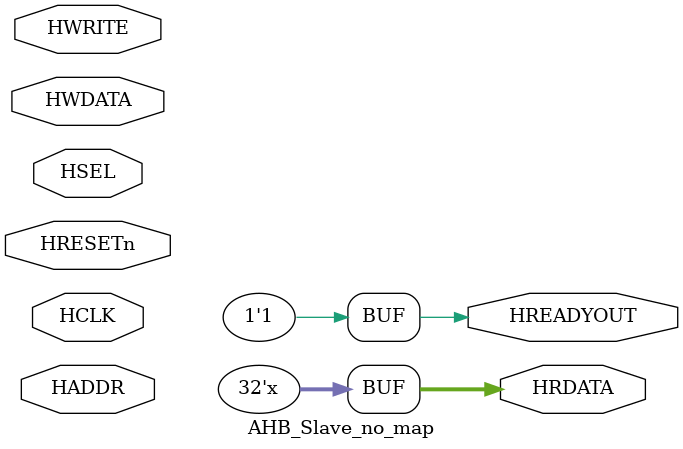
<source format=v>
`timescale 1ns / 1ps

module AHB_Slave_no_map(
input wire HCLK,
input wire HRESETn,
input wire HSEL,
input wire [31:0] HADDR,
input wire HWRITE,
input wire [31:0] HWDATA,
output wire [31:0] HRDATA,
output wire HREADYOUT
);
    
    assign HREADYOUT = 1'b1;
    assign HRDATA = 32'hzzzz_zzzz;
    
endmodule

</source>
